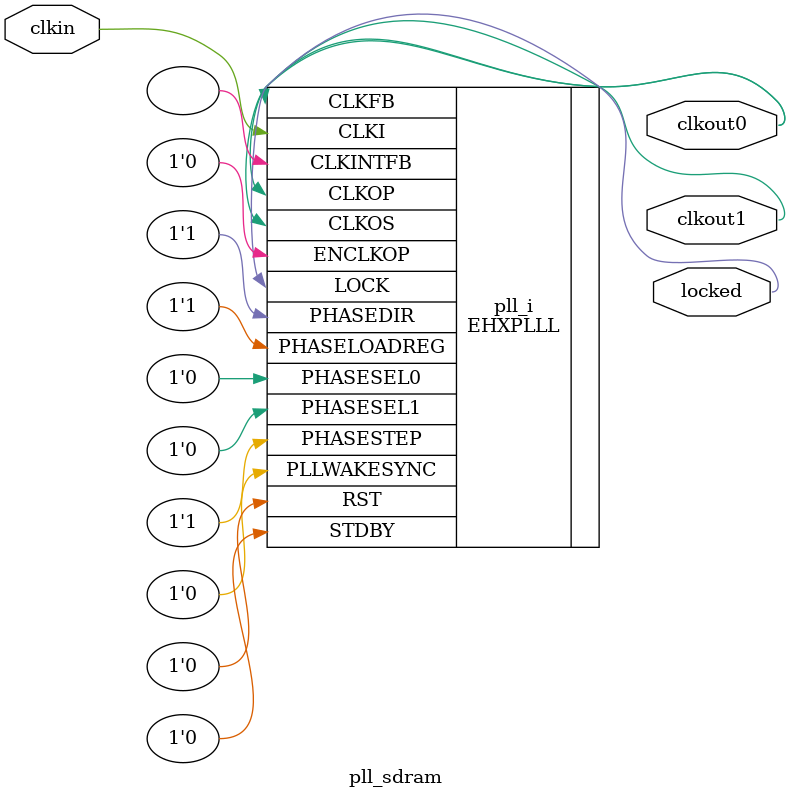
<source format=v>
module pll_sdram
(
    input clkin, // 25 MHz, 0 deg
    output clkout0, // 40 MHz, 0 deg
    output clkout1, // 40 MHz, 45 deg
    output locked
);
(* FREQUENCY_PIN_CLKI="25" *)
(* FREQUENCY_PIN_CLKOP="40" *)
(* FREQUENCY_PIN_CLKOS="40" *)
(* ICP_CURRENT="12" *) (* LPF_RESISTOR="8" *) (* MFG_ENABLE_FILTEROPAMP="1" *) (* MFG_GMCREF_SEL="2" *)
EHXPLLL #(
        .PLLRST_ENA("DISABLED"),
        .INTFB_WAKE("DISABLED"),
        .STDBY_ENABLE("DISABLED"),
        .DPHASE_SOURCE("DISABLED"),
        .OUTDIVIDER_MUXA("DIVA"),
        .OUTDIVIDER_MUXB("DIVB"),
        .OUTDIVIDER_MUXC("DIVC"),
        .OUTDIVIDER_MUXD("DIVD"),
        .CLKI_DIV(5),
        .CLKOP_ENABLE("ENABLED"),
        .CLKOP_DIV(15),
        .CLKOP_CPHASE(7),
        .CLKOP_FPHASE(0),
        .CLKOS_ENABLE("ENABLED"),
        .CLKOS_DIV(15),
        .CLKOS_CPHASE(8),
        .CLKOS_FPHASE(7),
        .FEEDBK_PATH("CLKOP"),
        .CLKFB_DIV(8)
    ) pll_i (
        .RST(1'b0),
        .STDBY(1'b0),
        .CLKI(clkin),
        .CLKOP(clkout0),
        .CLKOS(clkout1),
        .CLKFB(clkout0),
        .CLKINTFB(),
        .PHASESEL0(1'b0),
        .PHASESEL1(1'b0),
        .PHASEDIR(1'b1),
        .PHASESTEP(1'b1),
        .PHASELOADREG(1'b1),
        .PLLWAKESYNC(1'b0),
        .ENCLKOP(1'b0),
        .LOCK(locked)
	);
endmodule

</source>
